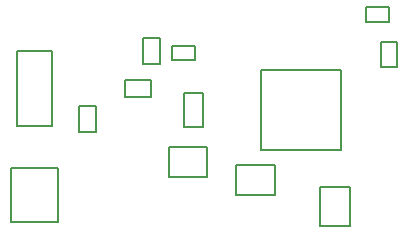
<source format=gbr>
%TF.GenerationSoftware,Altium Limited,Altium Designer,24.7.2 (38)*%
G04 Layer_Color=8388736*
%FSLAX45Y45*%
%MOMM*%
%TF.SameCoordinates,665F1D1F-C803-44D7-9F74-9D0A5895F251*%
%TF.FilePolarity,Positive*%
%TF.FileFunction,Other,Top_3D_Body*%
%TF.Part,Single*%
G01*
G75*
%TA.AperFunction,NonConductor*%
%ADD30C,0.20000*%
D30*
X11607500Y6165000D02*
X11807500D01*
X11607500D02*
Y6290000D01*
X11807500D01*
Y6165000D02*
Y6290000D01*
X11732500Y5785000D02*
Y5995000D01*
X11867500D01*
Y5785000D02*
Y5995000D01*
X11732500Y5785000D02*
X11867500D01*
X11470000Y4432481D02*
Y4762480D01*
X11220000Y4432481D02*
X11470000D01*
X11220000D02*
Y4762480D01*
X11470000D01*
X10723200Y5754600D02*
X11395600D01*
Y5082200D02*
Y5754600D01*
X10723200Y5082200D02*
X11395600D01*
X10723200D02*
Y5754600D01*
X9964914Y5837500D02*
X10164914D01*
X9964914D02*
Y5962500D01*
X10164914D01*
Y5837500D02*
Y5962500D01*
X9722500Y5802500D02*
Y6022500D01*
X9862500D01*
Y5802500D02*
Y6022500D01*
X9722500Y5802500D02*
X9862500D01*
X8602500Y4470000D02*
Y4930000D01*
X8997500D01*
Y4470000D02*
Y4930000D01*
X8602500Y4470000D02*
X8997500D01*
X10065000Y5563400D02*
X10225000D01*
Y5273400D02*
Y5563400D01*
X10065000Y5273400D02*
X10225000D01*
X10065000D02*
Y5563400D01*
X9570000Y5672500D02*
X9790000D01*
Y5527500D02*
Y5672500D01*
X9570000Y5527500D02*
X9790000D01*
X9570000D02*
Y5672500D01*
X9322500Y5230000D02*
Y5450000D01*
X9177500Y5230000D02*
X9322500D01*
X9177500D02*
Y5450000D01*
X9322500D01*
X10510000Y4700000D02*
X10840000D01*
X10510000D02*
Y4950000D01*
X10840000D01*
Y4700000D02*
Y4950000D01*
X9940000Y5100000D02*
X10260000D01*
Y4850000D02*
Y5100000D01*
X9940000Y4850000D02*
X10260000D01*
X9940000D02*
Y5100000D01*
X8653000Y5915000D02*
X8947000D01*
X8653000Y5285000D02*
Y5915000D01*
Y5285000D02*
X8947000D01*
Y5915000D01*
%TF.MD5,da413f3ae575b776940904b520203bb8*%
M02*

</source>
